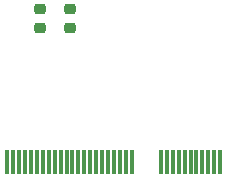
<source format=gbr>
%TF.GenerationSoftware,KiCad,Pcbnew,7.0.11-7.0.11~ubuntu22.04.1*%
%TF.CreationDate,2024-05-19T21:46:35+02:00*%
%TF.ProjectId,m.2_usd,6d2e325f-7573-4642-9e6b-696361645f70,rev?*%
%TF.SameCoordinates,Original*%
%TF.FileFunction,Soldermask,Bot*%
%TF.FilePolarity,Negative*%
%FSLAX46Y46*%
G04 Gerber Fmt 4.6, Leading zero omitted, Abs format (unit mm)*
G04 Created by KiCad (PCBNEW 7.0.11-7.0.11~ubuntu22.04.1) date 2024-05-19 21:46:35*
%MOMM*%
%LPD*%
G01*
G04 APERTURE LIST*
G04 Aperture macros list*
%AMRoundRect*
0 Rectangle with rounded corners*
0 $1 Rounding radius*
0 $2 $3 $4 $5 $6 $7 $8 $9 X,Y pos of 4 corners*
0 Add a 4 corners polygon primitive as box body*
4,1,4,$2,$3,$4,$5,$6,$7,$8,$9,$2,$3,0*
0 Add four circle primitives for the rounded corners*
1,1,$1+$1,$2,$3*
1,1,$1+$1,$4,$5*
1,1,$1+$1,$6,$7*
1,1,$1+$1,$8,$9*
0 Add four rect primitives between the rounded corners*
20,1,$1+$1,$2,$3,$4,$5,0*
20,1,$1+$1,$4,$5,$6,$7,0*
20,1,$1+$1,$6,$7,$8,$9,0*
20,1,$1+$1,$8,$9,$2,$3,0*%
G04 Aperture macros list end*
%ADD10R,0.350000X2.000000*%
%ADD11RoundRect,0.225000X-0.250000X0.225000X-0.250000X-0.225000X0.250000X-0.225000X0.250000X0.225000X0*%
G04 APERTURE END LIST*
D10*
%TO.C,J1*%
X9000000Y1550000D03*
X8500000Y1550000D03*
X8000000Y1550000D03*
X7500000Y1550000D03*
X7000000Y1550000D03*
X6500000Y1550000D03*
X6000000Y1550000D03*
X5500000Y1550000D03*
X5000000Y1550000D03*
X4500000Y1550000D03*
X4000000Y1550000D03*
X1500000Y1550000D03*
X1000000Y1550000D03*
X500000Y1550000D03*
X0Y1550000D03*
X-500000Y1550000D03*
X-1000000Y1550000D03*
X-1500000Y1550000D03*
X-2000000Y1550000D03*
X-2500000Y1550000D03*
X-3000000Y1550000D03*
X-3500000Y1550000D03*
X-4000000Y1550000D03*
X-4500000Y1550000D03*
X-5000000Y1550000D03*
X-5500000Y1550000D03*
X-6000000Y1550000D03*
X-6500000Y1550000D03*
X-7000000Y1550000D03*
X-7500000Y1550000D03*
X-8000000Y1550000D03*
X-8500000Y1550000D03*
X-9000000Y1550000D03*
%TD*%
D11*
%TO.C,C2*%
X-3700000Y14475000D03*
X-3700000Y12925000D03*
%TD*%
%TO.C,C1*%
X-6210000Y14475000D03*
X-6210000Y12925000D03*
%TD*%
M02*

</source>
